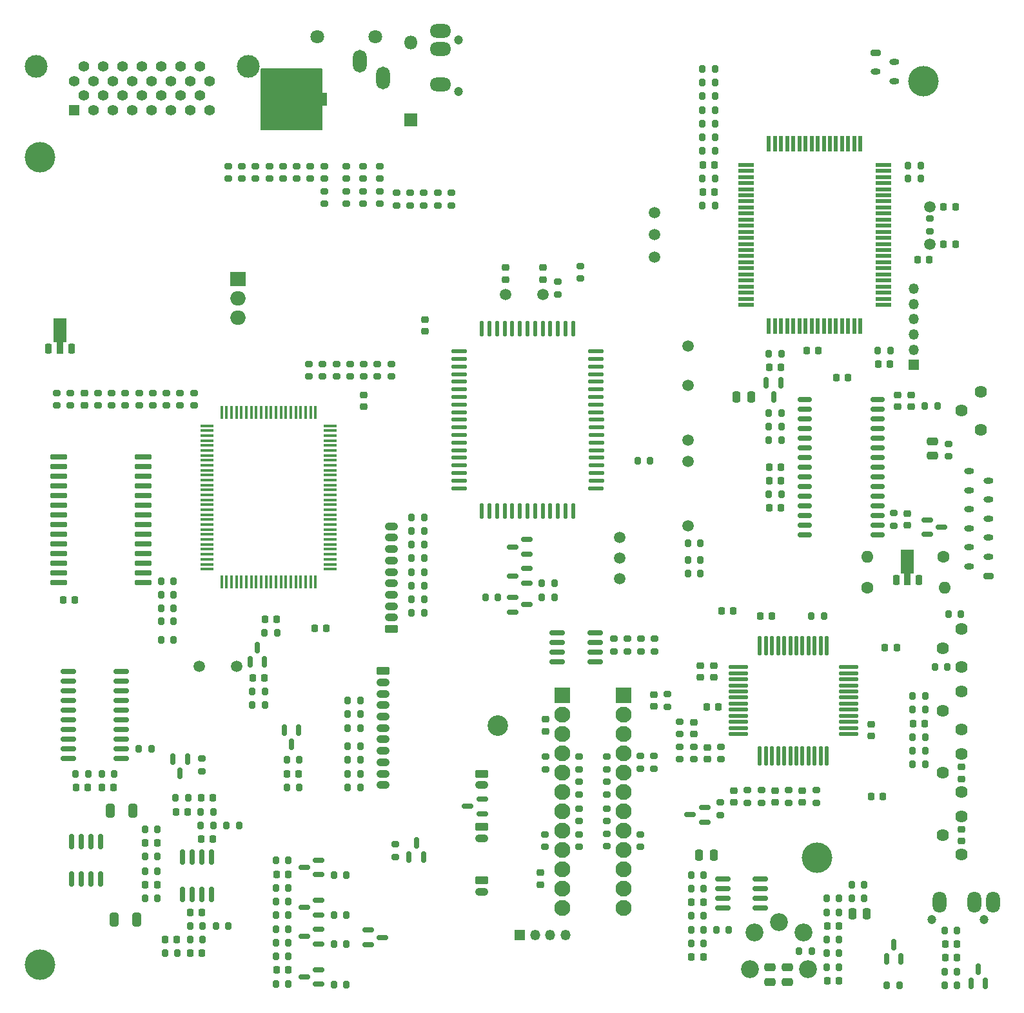
<source format=gbr>
%TF.GenerationSoftware,KiCad,Pcbnew,8.0.9-8.0.9-0~ubuntu24.04.1*%
%TF.CreationDate,2025-02-26T15:16:52+01:00*%
%TF.ProjectId,Main_PCB,4d61696e-5f50-4434-922e-6b696361645f,0.1*%
%TF.SameCoordinates,Original*%
%TF.FileFunction,Soldermask,Top*%
%TF.FilePolarity,Negative*%
%FSLAX46Y46*%
G04 Gerber Fmt 4.6, Leading zero omitted, Abs format (unit mm)*
G04 Created by KiCad (PCBNEW 8.0.9-8.0.9-0~ubuntu24.04.1) date 2025-02-26 15:16:52*
%MOMM*%
%LPD*%
G01*
G04 APERTURE LIST*
G04 Aperture macros list*
%AMRoundRect*
0 Rectangle with rounded corners*
0 $1 Rounding radius*
0 $2 $3 $4 $5 $6 $7 $8 $9 X,Y pos of 4 corners*
0 Add a 4 corners polygon primitive as box body*
4,1,4,$2,$3,$4,$5,$6,$7,$8,$9,$2,$3,0*
0 Add four circle primitives for the rounded corners*
1,1,$1+$1,$2,$3*
1,1,$1+$1,$4,$5*
1,1,$1+$1,$6,$7*
1,1,$1+$1,$8,$9*
0 Add four rect primitives between the rounded corners*
20,1,$1+$1,$2,$3,$4,$5,0*
20,1,$1+$1,$4,$5,$6,$7,0*
20,1,$1+$1,$6,$7,$8,$9,0*
20,1,$1+$1,$8,$9,$2,$3,0*%
%AMFreePoly0*
4,1,9,3.862500,-0.866500,0.737500,-0.866500,0.737500,-0.450000,-0.737500,-0.450000,-0.737500,0.450000,0.737500,0.450000,0.737500,0.866500,3.862500,0.866500,3.862500,-0.866500,3.862500,-0.866500,$1*%
G04 Aperture macros list end*
%ADD10C,0.150000*%
%ADD11RoundRect,0.225000X-0.250000X0.225000X-0.250000X-0.225000X0.250000X-0.225000X0.250000X0.225000X0*%
%ADD12RoundRect,0.200000X0.275000X-0.200000X0.275000X0.200000X-0.275000X0.200000X-0.275000X-0.200000X0*%
%ADD13RoundRect,0.225000X0.250000X-0.225000X0.250000X0.225000X-0.250000X0.225000X-0.250000X-0.225000X0*%
%ADD14RoundRect,0.200000X-0.200000X-0.275000X0.200000X-0.275000X0.200000X0.275000X-0.200000X0.275000X0*%
%ADD15RoundRect,0.200000X0.200000X0.275000X-0.200000X0.275000X-0.200000X-0.275000X0.200000X-0.275000X0*%
%ADD16RoundRect,0.225000X0.225000X0.250000X-0.225000X0.250000X-0.225000X-0.250000X0.225000X-0.250000X0*%
%ADD17RoundRect,0.150000X0.587500X0.150000X-0.587500X0.150000X-0.587500X-0.150000X0.587500X-0.150000X0*%
%ADD18RoundRect,0.200000X-0.275000X0.200000X-0.275000X-0.200000X0.275000X-0.200000X0.275000X0.200000X0*%
%ADD19RoundRect,0.150000X-0.587500X-0.150000X0.587500X-0.150000X0.587500X0.150000X-0.587500X0.150000X0*%
%ADD20RoundRect,0.150000X-0.825000X-0.150000X0.825000X-0.150000X0.825000X0.150000X-0.825000X0.150000X0*%
%ADD21RoundRect,0.250000X-0.250000X-0.475000X0.250000X-0.475000X0.250000X0.475000X-0.250000X0.475000X0*%
%ADD22C,4.000000*%
%ADD23RoundRect,0.225000X-0.225000X-0.250000X0.225000X-0.250000X0.225000X0.250000X-0.225000X0.250000X0*%
%ADD24RoundRect,0.137500X0.862500X0.137500X-0.862500X0.137500X-0.862500X-0.137500X0.862500X-0.137500X0*%
%ADD25RoundRect,0.137500X0.137500X0.862500X-0.137500X0.862500X-0.137500X-0.862500X0.137500X-0.862500X0*%
%ADD26RoundRect,0.137500X0.862500X-0.137500X0.862500X0.137500X-0.862500X0.137500X-0.862500X-0.137500X0*%
%ADD27RoundRect,0.250000X0.475000X-0.250000X0.475000X0.250000X-0.475000X0.250000X-0.475000X-0.250000X0*%
%ADD28RoundRect,0.100000X0.775000X0.100000X-0.775000X0.100000X-0.775000X-0.100000X0.775000X-0.100000X0*%
%ADD29RoundRect,0.100000X0.100000X0.775000X-0.100000X0.775000X-0.100000X-0.775000X0.100000X-0.775000X0*%
%ADD30RoundRect,0.150000X-0.150000X0.825000X-0.150000X-0.825000X0.150000X-0.825000X0.150000X0.825000X0*%
%ADD31C,1.500000*%
%ADD32RoundRect,0.250000X0.325000X0.650000X-0.325000X0.650000X-0.325000X-0.650000X0.325000X-0.650000X0*%
%ADD33RoundRect,0.150000X-0.150000X0.587500X-0.150000X-0.587500X0.150000X-0.587500X0.150000X0.587500X0*%
%ADD34RoundRect,0.150000X0.837500X0.150000X-0.837500X0.150000X-0.837500X-0.150000X0.837500X-0.150000X0*%
%ADD35RoundRect,0.150000X0.987500X0.150000X-0.987500X0.150000X-0.987500X-0.150000X0.987500X-0.150000X0*%
%ADD36RoundRect,0.150000X0.150000X-0.587500X0.150000X0.587500X-0.150000X0.587500X-0.150000X-0.587500X0*%
%ADD37RoundRect,0.150000X0.750000X0.150000X-0.750000X0.150000X-0.750000X-0.150000X0.750000X-0.150000X0*%
%ADD38RoundRect,0.225000X0.225000X-0.425000X0.225000X0.425000X-0.225000X0.425000X-0.225000X-0.425000X0*%
%ADD39FreePoly0,90.000000*%
%ADD40RoundRect,0.137500X-1.112500X-0.137500X1.112500X-0.137500X1.112500X0.137500X-1.112500X0.137500X0*%
%ADD41RoundRect,0.137500X0.137500X-1.112500X0.137500X1.112500X-0.137500X1.112500X-0.137500X-1.112500X0*%
%ADD42C,2.700000*%
%ADD43R,2.000000X0.500000*%
%ADD44R,0.500000X2.000000*%
%ADD45RoundRect,0.250000X-0.475000X0.250000X-0.475000X-0.250000X0.475000X-0.250000X0.475000X0.250000X0*%
%ADD46R,1.350000X1.350000*%
%ADD47O,1.350000X1.350000*%
%ADD48C,2.340000*%
%ADD49C,1.200000*%
%ADD50O,2.800000X1.800000*%
%ADD51RoundRect,0.200000X0.450000X-0.200000X0.450000X0.200000X-0.450000X0.200000X-0.450000X-0.200000X0*%
%ADD52O,1.300000X0.800000*%
%ADD53RoundRect,0.250000X0.615000X-0.265000X0.615000X0.265000X-0.615000X0.265000X-0.615000X-0.265000X0*%
%ADD54O,1.730000X1.030000*%
%ADD55RoundRect,0.250000X-0.615000X0.265000X-0.615000X-0.265000X0.615000X-0.265000X0.615000X0.265000X0*%
%ADD56C,1.600000*%
%ADD57O,1.600000X1.600000*%
%ADD58C,1.620000*%
%ADD59R,2.100000X2.100000*%
%ADD60C,2.100000*%
%ADD61O,1.800000X2.800000*%
%ADD62RoundRect,0.200000X-0.450000X0.200000X-0.450000X-0.200000X0.450000X-0.200000X0.450000X0.200000X0*%
%ADD63R,1.400000X1.400000*%
%ADD64C,1.400000*%
%ADD65C,3.000000*%
%ADD66C,1.800000*%
%ADD67R,3.000000X1.800000*%
%ADD68O,1.800000X3.000000*%
%ADD69R,1.800000X1.800000*%
%ADD70O,1.800000X1.800000*%
%ADD71R,2.000000X1.905000*%
%ADD72O,2.000000X1.905000*%
G04 APERTURE END LIST*
D10*
X79000000Y-84400000D02*
X87000000Y-84400000D01*
X87000000Y-92400000D01*
X79000000Y-92400000D01*
X79000000Y-84400000D01*
G36*
X79000000Y-84400000D02*
G01*
X87000000Y-84400000D01*
X87000000Y-92400000D01*
X79000000Y-92400000D01*
X79000000Y-84400000D01*
G37*
D11*
%TO.C,C146*%
X116000000Y-110525000D03*
X116000000Y-112075000D03*
%TD*%
D12*
%TO.C,R146*%
X128900000Y-160925000D03*
X128900000Y-159275000D03*
%TD*%
D13*
%TO.C,C120*%
X135800000Y-171775000D03*
X135800000Y-170225000D03*
%TD*%
D14*
%TO.C,R222*%
X88575000Y-199400000D03*
X90225000Y-199400000D03*
%TD*%
D15*
%TO.C,R236*%
X158225000Y-193400000D03*
X156575000Y-193400000D03*
%TD*%
D16*
%TO.C,C204*%
X59675000Y-178800000D03*
X58125000Y-178800000D03*
%TD*%
D17*
%TO.C,Q206*%
X86537500Y-195550000D03*
X86537500Y-193650000D03*
X84662500Y-194600000D03*
%TD*%
D18*
%TO.C,R151*%
X124400000Y-184875000D03*
X124400000Y-186525000D03*
%TD*%
D13*
%TO.C,C145*%
X111100000Y-112075000D03*
X111100000Y-110525000D03*
%TD*%
D18*
%TO.C,R308*%
X52200000Y-126975000D03*
X52200000Y-128625000D03*
%TD*%
D19*
%TO.C,D203*%
X93062500Y-197550000D03*
X93062500Y-199450000D03*
X94937500Y-198500000D03*
%TD*%
D15*
%TO.C,R127*%
X166225000Y-166800000D03*
X164575000Y-166800000D03*
%TD*%
D14*
%TO.C,R501*%
X90375000Y-177000000D03*
X92025000Y-177000000D03*
%TD*%
D15*
%TO.C,R220*%
X90225000Y-204700000D03*
X88575000Y-204700000D03*
%TD*%
D20*
%TO.C,IC103*%
X117925000Y-158495000D03*
X117925000Y-159765000D03*
X117925000Y-161035000D03*
X117925000Y-162305000D03*
X122875000Y-162305000D03*
X122875000Y-161035000D03*
X122875000Y-159765000D03*
X122875000Y-158495000D03*
%TD*%
D13*
%TO.C,C103*%
X163900000Y-144375000D03*
X163900000Y-142825000D03*
%TD*%
D16*
%TO.C,C108*%
X147275000Y-142100000D03*
X145725000Y-142100000D03*
%TD*%
D14*
%TO.C,R164*%
X115875000Y-153800000D03*
X117525000Y-153800000D03*
%TD*%
D21*
%TO.C,C223*%
X156650000Y-195400000D03*
X158550000Y-195400000D03*
%TD*%
D22*
%TO.C,H4*%
X152000000Y-188000000D03*
%TD*%
D14*
%TO.C,R130*%
X136975000Y-95200000D03*
X138625000Y-95200000D03*
%TD*%
D12*
%TO.C,R176*%
X92400000Y-102125000D03*
X92400000Y-100475000D03*
%TD*%
D14*
%TO.C,R508*%
X98775000Y-148700000D03*
X100425000Y-148700000D03*
%TD*%
D23*
%TO.C,C139*%
X145725000Y-123600000D03*
X147275000Y-123600000D03*
%TD*%
D12*
%TO.C,R134*%
X128800000Y-186625000D03*
X128800000Y-184975000D03*
%TD*%
D17*
%TO.C,D104*%
X108037500Y-182250000D03*
X108037500Y-180350000D03*
X106162500Y-181300000D03*
%TD*%
D16*
%TO.C,C130*%
X162475000Y-160400000D03*
X160925000Y-160400000D03*
%TD*%
D24*
%TO.C,IC108*%
X123000000Y-139500000D03*
X123037500Y-138500000D03*
X123037500Y-137500000D03*
X123037500Y-136500000D03*
X123037500Y-135500000D03*
X123037500Y-134500000D03*
X123037500Y-133500000D03*
X123037500Y-132500000D03*
X123037500Y-131500000D03*
X123037500Y-130500000D03*
X123000000Y-129500000D03*
X123000000Y-128500000D03*
X123000000Y-127500000D03*
X123000000Y-126500000D03*
X123000000Y-125500000D03*
X123000000Y-124500000D03*
X123000000Y-123500000D03*
X123000000Y-122500000D03*
X123000000Y-121500000D03*
D25*
X120000000Y-118500000D03*
X119000000Y-118500000D03*
X118000000Y-118500000D03*
X117000000Y-118500000D03*
X116000000Y-118500000D03*
X115000000Y-118500000D03*
X114000000Y-118500000D03*
X113000000Y-118500000D03*
X112000000Y-118500000D03*
X111000000Y-118500000D03*
X110000000Y-118500000D03*
X109000000Y-118500000D03*
X108000000Y-118500000D03*
D24*
X105000000Y-121500000D03*
X105000000Y-122500000D03*
X105000000Y-123500000D03*
X105000000Y-124500000D03*
X105000000Y-125500000D03*
X105000000Y-126500000D03*
X105000000Y-127500000D03*
X105000000Y-128500000D03*
X105000000Y-129500000D03*
X105000000Y-130500000D03*
X105000000Y-131500000D03*
X105000000Y-132500000D03*
X105000000Y-133500000D03*
X105000000Y-134500000D03*
X105000000Y-135500000D03*
X105000000Y-136500000D03*
D26*
X105000000Y-137500000D03*
X105000000Y-138500000D03*
X105000000Y-139500000D03*
D25*
X108000000Y-142500000D03*
X109000000Y-142500000D03*
X110000000Y-142500000D03*
X111000000Y-142500000D03*
X112000000Y-142500000D03*
X113000000Y-142500000D03*
X114000000Y-142500000D03*
X115000000Y-142500000D03*
X116000000Y-142500000D03*
X117000000Y-142500000D03*
X118000000Y-142500000D03*
X119000000Y-142500000D03*
X120000000Y-142500000D03*
%TD*%
D18*
%TO.C,R175*%
X120900000Y-110275000D03*
X120900000Y-111925000D03*
%TD*%
D11*
%TO.C,C138*%
X116400000Y-169875000D03*
X116400000Y-171425000D03*
%TD*%
D18*
%TO.C,R519*%
X96800000Y-100675000D03*
X96800000Y-102325000D03*
%TD*%
%TO.C,R521*%
X83700000Y-97175000D03*
X83700000Y-98825000D03*
%TD*%
%TO.C,R140*%
X125300000Y-159275000D03*
X125300000Y-160925000D03*
%TD*%
D14*
%TO.C,R157*%
X90375000Y-167400000D03*
X92025000Y-167400000D03*
%TD*%
D16*
%TO.C,C214*%
X71275000Y-195200000D03*
X69725000Y-195200000D03*
%TD*%
D27*
%TO.C,C219*%
X148100000Y-204350000D03*
X148100000Y-202450000D03*
%TD*%
D14*
%TO.C,R126*%
X164575000Y-168600000D03*
X166225000Y-168600000D03*
%TD*%
D15*
%TO.C,R169*%
X84025000Y-175200000D03*
X82375000Y-175200000D03*
%TD*%
D11*
%TO.C,C124*%
X146500000Y-179225000D03*
X146500000Y-180775000D03*
%TD*%
D12*
%TO.C,R181*%
X90700000Y-124825000D03*
X90700000Y-123175000D03*
%TD*%
D18*
%TO.C,R194*%
X96100000Y-123175000D03*
X96100000Y-124825000D03*
%TD*%
D16*
%TO.C,C217*%
X82575000Y-202800000D03*
X81025000Y-202800000D03*
%TD*%
D11*
%TO.C,C111*%
X171000000Y-184325000D03*
X171000000Y-185875000D03*
%TD*%
D16*
%TO.C,C132*%
X138575000Y-100600000D03*
X137025000Y-100600000D03*
%TD*%
D28*
%TO.C,IC109*%
X88125000Y-150125000D03*
X88125000Y-149475000D03*
X88125000Y-148825000D03*
X88125000Y-148175000D03*
X88125000Y-147525000D03*
X88125000Y-146875000D03*
X88125000Y-146225000D03*
X88125000Y-145575000D03*
X88125000Y-144925000D03*
X88125000Y-144275000D03*
X88125000Y-143625000D03*
X88125000Y-142975000D03*
X88125000Y-142325000D03*
X88125000Y-141675000D03*
X88125000Y-141025000D03*
X88125000Y-140375000D03*
X88125000Y-139725000D03*
X88125000Y-139075000D03*
X88125000Y-138425000D03*
X88125000Y-137775000D03*
X88125000Y-137125000D03*
X88125000Y-136475000D03*
X88125000Y-135825000D03*
X88125000Y-135175000D03*
X88125000Y-134525000D03*
X88125000Y-133875000D03*
X88125000Y-133225000D03*
X88125000Y-132575000D03*
X88125000Y-131925000D03*
X88125000Y-131275000D03*
D29*
X86175000Y-129575000D03*
X85525000Y-129575000D03*
X84875000Y-129575000D03*
X84225000Y-129575000D03*
X83575000Y-129575000D03*
X82925000Y-129575000D03*
X82275000Y-129575000D03*
X81625000Y-129575000D03*
X80975000Y-129575000D03*
X80325000Y-129575000D03*
X79675000Y-129575000D03*
X79025000Y-129575000D03*
X78375000Y-129575000D03*
X77725000Y-129575000D03*
X77075000Y-129575000D03*
X76425000Y-129575000D03*
X75775000Y-129575000D03*
X75125000Y-129575000D03*
X74475000Y-129575000D03*
X73825000Y-129575000D03*
D28*
X71875000Y-131275000D03*
X71875000Y-131925000D03*
X71875000Y-132575000D03*
X71875000Y-133225000D03*
X71875000Y-133875000D03*
X71875000Y-134525000D03*
X71875000Y-135175000D03*
X71875000Y-135825000D03*
X71875000Y-136475000D03*
X71875000Y-137125000D03*
X71875000Y-137775000D03*
X71875000Y-138425000D03*
X71875000Y-139075000D03*
X71875000Y-139725000D03*
X71875000Y-140375000D03*
X71875000Y-141025000D03*
X71875000Y-141675000D03*
X71875000Y-142325000D03*
X71875000Y-142975000D03*
X71875000Y-143625000D03*
X71875000Y-144275000D03*
X71875000Y-144925000D03*
X71875000Y-145575000D03*
X71875000Y-146225000D03*
X71875000Y-146875000D03*
X71875000Y-147525000D03*
X71875000Y-148175000D03*
X71875000Y-148825000D03*
X71875000Y-149475000D03*
X71875000Y-150125000D03*
D29*
X73825000Y-151825000D03*
X74475000Y-151825000D03*
X75125000Y-151825000D03*
X75775000Y-151825000D03*
X76425000Y-151825000D03*
X77075000Y-151825000D03*
X77725000Y-151825000D03*
X78375000Y-151825000D03*
X79025000Y-151825000D03*
X79675000Y-151825000D03*
X80325000Y-151825000D03*
X80975000Y-151825000D03*
X81625000Y-151825000D03*
X82275000Y-151825000D03*
X82925000Y-151825000D03*
X83575000Y-151825000D03*
X84225000Y-151825000D03*
X84875000Y-151825000D03*
X85525000Y-151825000D03*
X86175000Y-151825000D03*
%TD*%
D13*
%TO.C,C115*%
X138500000Y-164375000D03*
X138500000Y-162825000D03*
%TD*%
D12*
%TO.C,R111*%
X130600000Y-176325000D03*
X130600000Y-174675000D03*
%TD*%
D16*
%TO.C,C228*%
X137075000Y-193900000D03*
X135525000Y-193900000D03*
%TD*%
D30*
%TO.C,IC202*%
X57905000Y-185925000D03*
X56635000Y-185925000D03*
X55365000Y-185925000D03*
X54095000Y-185925000D03*
X54095000Y-190875000D03*
X55365000Y-190875000D03*
X56635000Y-190875000D03*
X57905000Y-190875000D03*
%TD*%
D15*
%TO.C,R123*%
X166225000Y-172200000D03*
X164575000Y-172200000D03*
%TD*%
D13*
%TO.C,C121*%
X137600000Y-175075000D03*
X137600000Y-173525000D03*
%TD*%
D23*
%TO.C,C212*%
X63825000Y-186110000D03*
X65375000Y-186110000D03*
%TD*%
D18*
%TO.C,R522*%
X78300000Y-97175000D03*
X78300000Y-98825000D03*
%TD*%
D15*
%TO.C,R219*%
X82625000Y-195600000D03*
X80975000Y-195600000D03*
%TD*%
D31*
%TO.C,TP6*%
X135100000Y-144400000D03*
%TD*%
D17*
%TO.C,Q103*%
X137237500Y-183350000D03*
X137237500Y-181450000D03*
X135362500Y-182400000D03*
%TD*%
D16*
%TO.C,C218*%
X82575000Y-190200000D03*
X81025000Y-190200000D03*
%TD*%
D31*
%TO.C,TP8*%
X135100000Y-126000000D03*
%TD*%
D12*
%TO.C,R115*%
X135800000Y-175125000D03*
X135800000Y-173475000D03*
%TD*%
D32*
%TO.C,C206*%
X62675000Y-196200000D03*
X59725000Y-196200000D03*
%TD*%
D14*
%TO.C,R233*%
X135475000Y-192100000D03*
X137125000Y-192100000D03*
%TD*%
D18*
%TO.C,R515*%
X104000000Y-100675000D03*
X104000000Y-102325000D03*
%TD*%
%TO.C,R149*%
X116300000Y-184975000D03*
X116300000Y-186625000D03*
%TD*%
D23*
%TO.C,C107*%
X145725000Y-138500000D03*
X147275000Y-138500000D03*
%TD*%
D18*
%TO.C,R138*%
X139300000Y-180775000D03*
X139300000Y-182425000D03*
%TD*%
D22*
%TO.C,H2*%
X166000000Y-86000000D03*
%TD*%
D12*
%TO.C,R103*%
X162100000Y-144425000D03*
X162100000Y-142775000D03*
%TD*%
D18*
%TO.C,R185*%
X59400000Y-126975000D03*
X59400000Y-128625000D03*
%TD*%
D33*
%TO.C,Q307*%
X69350000Y-175062500D03*
X67450000Y-175062500D03*
X68400000Y-176937500D03*
%TD*%
D14*
%TO.C,R231*%
X135475000Y-197500000D03*
X137125000Y-197500000D03*
%TD*%
D23*
%TO.C,C119*%
X139450000Y-155600000D03*
X141000000Y-155600000D03*
%TD*%
D33*
%TO.C,Q105*%
X83950000Y-171262500D03*
X82050000Y-171262500D03*
X83000000Y-173137500D03*
%TD*%
D15*
%TO.C,R137*%
X130100000Y-135900000D03*
X128450000Y-135900000D03*
%TD*%
D12*
%TO.C,R197*%
X98600000Y-102325000D03*
X98600000Y-100675000D03*
%TD*%
D15*
%TO.C,R210*%
X65425000Y-189800000D03*
X63775000Y-189800000D03*
%TD*%
%TO.C,R199*%
X136725000Y-146700000D03*
X135075000Y-146700000D03*
%TD*%
D31*
%TO.C,TP9*%
X126100000Y-151400000D03*
%TD*%
D34*
%TO.C,IC201*%
X60662500Y-175015000D03*
X60662500Y-173745000D03*
X60662500Y-172475000D03*
X60662500Y-171205000D03*
X60662500Y-169935000D03*
X60662500Y-168665000D03*
X60662500Y-167395000D03*
X60662500Y-166125000D03*
X60662500Y-164855000D03*
X60662500Y-163585000D03*
X53737500Y-163585000D03*
X53737500Y-164855000D03*
X53737500Y-166125000D03*
X53737500Y-167395000D03*
X53737500Y-168665000D03*
X53737500Y-169935000D03*
X53737500Y-171205000D03*
X53737500Y-172475000D03*
X53737500Y-173745000D03*
X53737500Y-175015000D03*
%TD*%
D12*
%TO.C,R113*%
X134000000Y-175125000D03*
X134000000Y-173475000D03*
%TD*%
D18*
%TO.C,R142*%
X120800000Y-181575000D03*
X120800000Y-183225000D03*
%TD*%
D11*
%TO.C,C160*%
X171000000Y-176125000D03*
X171000000Y-177675000D03*
%TD*%
D23*
%TO.C,C230*%
X168825000Y-199400000D03*
X170375000Y-199400000D03*
%TD*%
D11*
%TO.C,C123*%
X141100000Y-179225000D03*
X141100000Y-180775000D03*
%TD*%
D12*
%TO.C,R163*%
X166800000Y-105725000D03*
X166800000Y-104075000D03*
%TD*%
%TO.C,R116*%
X142900000Y-180825000D03*
X142900000Y-179175000D03*
%TD*%
D14*
%TO.C,R512*%
X98775000Y-155900000D03*
X100425000Y-155900000D03*
%TD*%
D15*
%TO.C,R204*%
X72725000Y-182000000D03*
X71075000Y-182000000D03*
%TD*%
D23*
%TO.C,C109*%
X160025000Y-123200000D03*
X161575000Y-123200000D03*
%TD*%
D16*
%TO.C,C133*%
X160675000Y-180000000D03*
X159125000Y-180000000D03*
%TD*%
D12*
%TO.C,R143*%
X120800000Y-179725000D03*
X120800000Y-178075000D03*
%TD*%
D35*
%TO.C,IC107*%
X63562500Y-151855000D03*
X63562500Y-150585000D03*
X63562500Y-149315000D03*
X63562500Y-148045000D03*
X63562500Y-146775000D03*
X63562500Y-145505000D03*
X63562500Y-144235000D03*
X63562500Y-142965000D03*
X63562500Y-141695000D03*
X63562500Y-140425000D03*
X63562500Y-139155000D03*
X63562500Y-137885000D03*
X63562500Y-136615000D03*
X63562500Y-135345000D03*
X52437500Y-135345000D03*
X52437500Y-136615000D03*
X52437500Y-137885000D03*
X52437500Y-139155000D03*
X52437500Y-140425000D03*
X52437500Y-141695000D03*
X52437500Y-142965000D03*
X52437500Y-144235000D03*
X52437500Y-145505000D03*
X52437500Y-146775000D03*
X52437500Y-148045000D03*
X52437500Y-149315000D03*
X52437500Y-150585000D03*
X52437500Y-151855000D03*
%TD*%
D14*
%TO.C,R201*%
X58075000Y-177000000D03*
X59725000Y-177000000D03*
%TD*%
D15*
%TO.C,R227*%
X154925000Y-202400000D03*
X153275000Y-202400000D03*
%TD*%
D31*
%TO.C,TP5*%
X135100000Y-120800000D03*
%TD*%
D36*
%TO.C,Q104*%
X77550000Y-162337500D03*
X79450000Y-162337500D03*
X78500000Y-160462500D03*
%TD*%
D23*
%TO.C,C203*%
X54725000Y-178800000D03*
X56275000Y-178800000D03*
%TD*%
D13*
%TO.C,C155*%
X55800000Y-128575000D03*
X55800000Y-127025000D03*
%TD*%
D14*
%TO.C,R226*%
X149675000Y-200300000D03*
X151325000Y-200300000D03*
%TD*%
D18*
%TO.C,R112*%
X134000000Y-170175000D03*
X134000000Y-171825000D03*
%TD*%
D37*
%TO.C,IC101*%
X160000000Y-145590000D03*
X160000000Y-144320000D03*
X160000000Y-143050000D03*
X160000000Y-141780000D03*
X160000000Y-140510000D03*
X160000000Y-139240000D03*
X160000000Y-137970000D03*
X160000000Y-136700000D03*
X160000000Y-135430000D03*
X160000000Y-134160000D03*
X160000000Y-132890000D03*
X160000000Y-131620000D03*
X160000000Y-130350000D03*
X160000000Y-129080000D03*
X160000000Y-127810000D03*
X150400000Y-127810000D03*
X150400000Y-129080000D03*
X150400000Y-130350000D03*
X150400000Y-131620000D03*
X150400000Y-132890000D03*
X150400000Y-134160000D03*
X150400000Y-135430000D03*
X150400000Y-136700000D03*
X150400000Y-137970000D03*
X150400000Y-139240000D03*
X150400000Y-140510000D03*
X150400000Y-141780000D03*
X150400000Y-143050000D03*
X150400000Y-144320000D03*
X150400000Y-145590000D03*
%TD*%
D14*
%TO.C,R158*%
X90375000Y-169200000D03*
X92025000Y-169200000D03*
%TD*%
D23*
%TO.C,C210*%
X69725000Y-200600000D03*
X71275000Y-200600000D03*
%TD*%
D13*
%TO.C,C116*%
X136700000Y-164375000D03*
X136700000Y-162825000D03*
%TD*%
D36*
%TO.C,Q209*%
X172250000Y-204537500D03*
X174150000Y-204537500D03*
X173200000Y-202662500D03*
%TD*%
D38*
%TO.C,Q101*%
X162400000Y-151550000D03*
D39*
X163900000Y-151462500D03*
D38*
X165400000Y-151550000D03*
%TD*%
D15*
%TO.C,R200*%
X56325000Y-177000000D03*
X54675000Y-177000000D03*
%TD*%
%TO.C,R168*%
X117525000Y-152000000D03*
X115875000Y-152000000D03*
%TD*%
%TO.C,R218*%
X82625000Y-197400000D03*
X80975000Y-197400000D03*
%TD*%
D20*
%TO.C,IC204*%
X139625000Y-190795000D03*
X139625000Y-192065000D03*
X139625000Y-193335000D03*
X139625000Y-194605000D03*
X144575000Y-194605000D03*
X144575000Y-193335000D03*
X144575000Y-192065000D03*
X144575000Y-190795000D03*
%TD*%
D17*
%TO.C,Q204*%
X113937500Y-151950000D03*
X113937500Y-150050000D03*
X112062500Y-151000000D03*
%TD*%
D12*
%TO.C,R192*%
X94300000Y-124825000D03*
X94300000Y-123175000D03*
%TD*%
D14*
%TO.C,R242*%
X153275000Y-198800000D03*
X154925000Y-198800000D03*
%TD*%
D15*
%TO.C,R125*%
X166225000Y-175800000D03*
X164575000Y-175800000D03*
%TD*%
%TO.C,R213*%
X82625000Y-193800000D03*
X80975000Y-193800000D03*
%TD*%
D23*
%TO.C,C141*%
X168625000Y-107400000D03*
X170175000Y-107400000D03*
%TD*%
D22*
%TO.C,H1*%
X50000000Y-96000000D03*
%TD*%
D14*
%TO.C,R172*%
X65875000Y-153500000D03*
X67525000Y-153500000D03*
%TD*%
D15*
%TO.C,R129*%
X138625000Y-98800000D03*
X136975000Y-98800000D03*
%TD*%
D16*
%TO.C,C118*%
X139075000Y-168200000D03*
X137525000Y-168200000D03*
%TD*%
D15*
%TO.C,R221*%
X90225000Y-190300000D03*
X88575000Y-190300000D03*
%TD*%
D14*
%TO.C,R505*%
X98775000Y-143300000D03*
X100425000Y-143300000D03*
%TD*%
D18*
%TO.C,R193*%
X92500000Y-123175000D03*
X92500000Y-124825000D03*
%TD*%
D14*
%TO.C,R506*%
X98775000Y-145100000D03*
X100425000Y-145100000D03*
%TD*%
D15*
%TO.C,R128*%
X138625000Y-102400000D03*
X136975000Y-102400000D03*
%TD*%
D16*
%TO.C,C131*%
X138575000Y-97000000D03*
X137025000Y-97000000D03*
%TD*%
D12*
%TO.C,R190*%
X68400000Y-128625000D03*
X68400000Y-126975000D03*
%TD*%
D19*
%TO.C,Q207*%
X112062500Y-153850000D03*
X112062500Y-155750000D03*
X113937500Y-154800000D03*
%TD*%
D23*
%TO.C,C208*%
X66425000Y-198800000D03*
X67975000Y-198800000D03*
%TD*%
D15*
%TO.C,R230*%
X154925000Y-200600000D03*
X153275000Y-200600000D03*
%TD*%
%TO.C,R202*%
X69425000Y-180200000D03*
X67775000Y-180200000D03*
%TD*%
D13*
%TO.C,C105*%
X162600000Y-128775000D03*
X162600000Y-127225000D03*
%TD*%
D16*
%TO.C,C151*%
X79475000Y-164400000D03*
X77925000Y-164400000D03*
%TD*%
D18*
%TO.C,R191*%
X70200000Y-126975000D03*
X70200000Y-128625000D03*
%TD*%
D11*
%TO.C,C148*%
X92500000Y-127225000D03*
X92500000Y-128775000D03*
%TD*%
D15*
%TO.C,R232*%
X154925000Y-195200000D03*
X153275000Y-195200000D03*
%TD*%
%TO.C,R211*%
X65425000Y-187910000D03*
X63775000Y-187910000D03*
%TD*%
D14*
%TO.C,R159*%
X90375000Y-171000000D03*
X92025000Y-171000000D03*
%TD*%
D15*
%TO.C,R234*%
X154925000Y-193400000D03*
X153275000Y-193400000D03*
%TD*%
D17*
%TO.C,Q202*%
X86537500Y-190250000D03*
X86537500Y-188350000D03*
X84662500Y-189300000D03*
%TD*%
D18*
%TO.C,R189*%
X66600000Y-126975000D03*
X66600000Y-128625000D03*
%TD*%
D15*
%TO.C,R245*%
X170425000Y-204800000D03*
X168775000Y-204800000D03*
%TD*%
D27*
%TO.C,C220*%
X145800000Y-204350000D03*
X145800000Y-202450000D03*
%TD*%
D14*
%TO.C,R173*%
X65875000Y-155300000D03*
X67525000Y-155300000D03*
%TD*%
%TO.C,R209*%
X69675000Y-197000000D03*
X71325000Y-197000000D03*
%TD*%
D36*
%TO.C,Q208*%
X161150000Y-201337500D03*
X163050000Y-201337500D03*
X162100000Y-199462500D03*
%TD*%
D16*
%TO.C,C112*%
X146075000Y-156300000D03*
X144525000Y-156300000D03*
%TD*%
D15*
%TO.C,R206*%
X76125000Y-183800000D03*
X74475000Y-183800000D03*
%TD*%
D14*
%TO.C,R166*%
X77875000Y-168000000D03*
X79525000Y-168000000D03*
%TD*%
%TO.C,R528*%
X136975000Y-93400000D03*
X138625000Y-93400000D03*
%TD*%
%TO.C,R170*%
X65875000Y-159400000D03*
X67525000Y-159400000D03*
%TD*%
D12*
%TO.C,R150*%
X124400000Y-176425000D03*
X124400000Y-174775000D03*
%TD*%
D18*
%TO.C,R305*%
X71200000Y-175032500D03*
X71200000Y-176682500D03*
%TD*%
D15*
%TO.C,R207*%
X74725000Y-197000000D03*
X73075000Y-197000000D03*
%TD*%
%TO.C,R152*%
X145675000Y-121800000D03*
X147325000Y-121800000D03*
%TD*%
D11*
%TO.C,C144*%
X100500000Y-117325000D03*
X100500000Y-118875000D03*
%TD*%
D31*
%TO.C,TP7*%
X135100000Y-133200000D03*
%TD*%
D30*
%TO.C,IC203*%
X72505000Y-187925000D03*
X71235000Y-187925000D03*
X69965000Y-187925000D03*
X68695000Y-187925000D03*
X68695000Y-192875000D03*
X69965000Y-192875000D03*
X71235000Y-192875000D03*
X72505000Y-192875000D03*
%TD*%
D13*
%TO.C,C125*%
X150100000Y-180775000D03*
X150100000Y-179225000D03*
%TD*%
D16*
%TO.C,C229*%
X170375000Y-201200000D03*
X168825000Y-201200000D03*
%TD*%
D15*
%TO.C,R198*%
X147325000Y-133200000D03*
X145675000Y-133200000D03*
%TD*%
%TO.C,R108*%
X161625000Y-121400000D03*
X159975000Y-121400000D03*
%TD*%
D12*
%TO.C,R145*%
X124400000Y-179725000D03*
X124400000Y-178075000D03*
%TD*%
D15*
%TO.C,R243*%
X137125000Y-195700000D03*
X135475000Y-195700000D03*
%TD*%
D17*
%TO.C,Q203*%
X113937500Y-148150000D03*
X113937500Y-146250000D03*
X112062500Y-147200000D03*
%TD*%
D13*
%TO.C,C137*%
X115700000Y-191575000D03*
X115700000Y-190025000D03*
%TD*%
D12*
%TO.C,R302*%
X96600000Y-187925000D03*
X96600000Y-186275000D03*
%TD*%
D14*
%TO.C,R532*%
X136975000Y-84400000D03*
X138625000Y-84400000D03*
%TD*%
D23*
%TO.C,C143*%
X165225000Y-109500000D03*
X166775000Y-109500000D03*
%TD*%
D14*
%TO.C,R229*%
X135475000Y-199300000D03*
X137125000Y-199300000D03*
%TD*%
D18*
%TO.C,R527*%
X87300000Y-97175000D03*
X87300000Y-98825000D03*
%TD*%
D32*
%TO.C,C205*%
X62175000Y-181900000D03*
X59225000Y-181900000D03*
%TD*%
D16*
%TO.C,C140*%
X170175000Y-102500000D03*
X168625000Y-102500000D03*
%TD*%
D31*
%TO.C,TP3*%
X130700000Y-103300000D03*
%TD*%
D11*
%TO.C,C154*%
X130600000Y-166625000D03*
X130600000Y-168175000D03*
%TD*%
D40*
%TO.C,IC102*%
X141650000Y-163000000D03*
X141650000Y-163800000D03*
X141650000Y-164600000D03*
X141650000Y-165400000D03*
X141650000Y-166200000D03*
X141650000Y-167000000D03*
X141650000Y-167800000D03*
X141650000Y-168600000D03*
X141650000Y-169400000D03*
X141650000Y-170200000D03*
X141650000Y-171000000D03*
X141650000Y-171800000D03*
D41*
X144500000Y-174650000D03*
X145300000Y-174650000D03*
X146100000Y-174650000D03*
X146900000Y-174650000D03*
X147700000Y-174650000D03*
X148500000Y-174650000D03*
X149300000Y-174650000D03*
X150100000Y-174650000D03*
X150900000Y-174650000D03*
X151700000Y-174650000D03*
X152500000Y-174650000D03*
X153300000Y-174650000D03*
D40*
X156150000Y-171800000D03*
X156150000Y-171000000D03*
X156150000Y-170200000D03*
X156150000Y-169400000D03*
X156150000Y-168600000D03*
X156150000Y-167800000D03*
X156150000Y-167000000D03*
X156150000Y-166200000D03*
X156150000Y-165400000D03*
X156150000Y-164600000D03*
X156150000Y-163800000D03*
X156150000Y-163000000D03*
D41*
X153300000Y-160150000D03*
X152500000Y-160150000D03*
X151700000Y-160150000D03*
X150900000Y-160150000D03*
X150100000Y-160150000D03*
X149300000Y-160150000D03*
X148500000Y-160150000D03*
X147700000Y-160150000D03*
X146900000Y-160150000D03*
X146100000Y-160150000D03*
X145300000Y-160150000D03*
X144500000Y-160150000D03*
%TD*%
D18*
%TO.C,R133*%
X128800000Y-174675000D03*
X128800000Y-176325000D03*
%TD*%
D42*
%TO.C,H5*%
X110100000Y-170700000D03*
%TD*%
D18*
%TO.C,R525*%
X80100000Y-97175000D03*
X80100000Y-98825000D03*
%TD*%
D14*
%TO.C,R507*%
X98775000Y-146900000D03*
X100425000Y-146900000D03*
%TD*%
D18*
%TO.C,R517*%
X94600000Y-97175000D03*
X94600000Y-98825000D03*
%TD*%
D12*
%TO.C,R184*%
X57600000Y-128625000D03*
X57600000Y-126975000D03*
%TD*%
D14*
%TO.C,R531*%
X136975000Y-88000000D03*
X138625000Y-88000000D03*
%TD*%
D12*
%TO.C,R136*%
X120800000Y-186625000D03*
X120800000Y-184975000D03*
%TD*%
D18*
%TO.C,R132*%
X120800000Y-174775000D03*
X120800000Y-176425000D03*
%TD*%
D38*
%TO.C,IC302*%
X51100000Y-121150000D03*
D39*
X52600000Y-121062500D03*
D38*
X54100000Y-121150000D03*
%TD*%
D18*
%TO.C,R520*%
X81900000Y-97175000D03*
X81900000Y-98825000D03*
%TD*%
D14*
%TO.C,R174*%
X65875000Y-157000000D03*
X67525000Y-157000000D03*
%TD*%
%TO.C,R153*%
X90375000Y-178800000D03*
X92025000Y-178800000D03*
%TD*%
%TO.C,R244*%
X161175000Y-204800000D03*
X162825000Y-204800000D03*
%TD*%
D15*
%TO.C,R228*%
X140425000Y-197500000D03*
X138775000Y-197500000D03*
%TD*%
%TO.C,R503*%
X138625000Y-89800000D03*
X136975000Y-89800000D03*
%TD*%
D17*
%TO.C,Q201*%
X86537500Y-204650000D03*
X86537500Y-202750000D03*
X84662500Y-203700000D03*
%TD*%
D23*
%TO.C,C209*%
X71125000Y-180200000D03*
X72675000Y-180200000D03*
%TD*%
D18*
%TO.C,R179*%
X102200000Y-100675000D03*
X102200000Y-102325000D03*
%TD*%
D14*
%TO.C,R124*%
X164575000Y-174000000D03*
X166225000Y-174000000D03*
%TD*%
D15*
%TO.C,R205*%
X71325000Y-198800000D03*
X69675000Y-198800000D03*
%TD*%
D12*
%TO.C,R180*%
X85300000Y-124825000D03*
X85300000Y-123175000D03*
%TD*%
D21*
%TO.C,C224*%
X136550000Y-187700000D03*
X138450000Y-187700000D03*
%TD*%
D15*
%TO.C,R121*%
X136725000Y-150700000D03*
X135075000Y-150700000D03*
%TD*%
D13*
%TO.C,C110*%
X164400000Y-128775000D03*
X164400000Y-127225000D03*
%TD*%
D14*
%TO.C,R214*%
X80975000Y-201000000D03*
X82625000Y-201000000D03*
%TD*%
D31*
%TO.C,TP10*%
X126100000Y-148700000D03*
%TD*%
D15*
%TO.C,R212*%
X82625000Y-199200000D03*
X80975000Y-199200000D03*
%TD*%
D12*
%TO.C,R162*%
X118000000Y-114025000D03*
X118000000Y-112375000D03*
%TD*%
D14*
%TO.C,R171*%
X65875000Y-151700000D03*
X67525000Y-151700000D03*
%TD*%
D12*
%TO.C,R160*%
X54000000Y-128625000D03*
X54000000Y-126975000D03*
%TD*%
D16*
%TO.C,C128*%
X166175000Y-170400000D03*
X164625000Y-170400000D03*
%TD*%
D15*
%TO.C,R109*%
X147325000Y-131400000D03*
X145675000Y-131400000D03*
%TD*%
D12*
%TO.C,R141*%
X127100000Y-160925000D03*
X127100000Y-159275000D03*
%TD*%
D15*
%TO.C,R161*%
X110125000Y-153800000D03*
X108475000Y-153800000D03*
%TD*%
%TO.C,R504*%
X138625000Y-86200000D03*
X136975000Y-86200000D03*
%TD*%
D16*
%TO.C,C104*%
X156075000Y-125000000D03*
X154525000Y-125000000D03*
%TD*%
%TO.C,C213*%
X72675000Y-185600000D03*
X71125000Y-185600000D03*
%TD*%
D23*
%TO.C,C142*%
X150625000Y-121400000D03*
X152175000Y-121400000D03*
%TD*%
D15*
%TO.C,R106*%
X169125000Y-163000000D03*
X167475000Y-163000000D03*
%TD*%
D12*
%TO.C,R148*%
X116400000Y-176425000D03*
X116400000Y-174775000D03*
%TD*%
D31*
%TO.C,TP1*%
X130700000Y-109100000D03*
%TD*%
D18*
%TO.C,R524*%
X74700000Y-97175000D03*
X74700000Y-98825000D03*
%TD*%
D23*
%TO.C,C221*%
X153325000Y-204200000D03*
X154875000Y-204200000D03*
%TD*%
D16*
%TO.C,C152*%
X87575000Y-157900000D03*
X86025000Y-157900000D03*
%TD*%
D43*
%TO.C,IC106*%
X142700000Y-97000000D03*
X142700000Y-97800000D03*
X142700000Y-98600000D03*
X142700000Y-99400000D03*
X142700000Y-100200000D03*
X142700000Y-101000000D03*
X142700000Y-101800000D03*
X142700000Y-102600000D03*
X142700000Y-103400000D03*
X142700000Y-104200000D03*
X142700000Y-105000000D03*
X142700000Y-105800000D03*
X142700000Y-106600000D03*
X142700000Y-107400000D03*
X142700000Y-108200000D03*
X142700000Y-109000000D03*
X142700000Y-109800000D03*
X142700000Y-110600000D03*
X142700000Y-111400000D03*
X142700000Y-112200000D03*
X142700000Y-113000000D03*
X142700000Y-113800000D03*
X142700000Y-114600000D03*
X142700000Y-115400000D03*
D44*
X145700000Y-118200000D03*
X146500000Y-118200000D03*
X147300000Y-118200000D03*
X148100000Y-118200000D03*
X148900000Y-118200000D03*
X149700000Y-118200000D03*
X150500000Y-118200000D03*
X151300000Y-118200000D03*
X152100000Y-118200000D03*
X152900000Y-118200000D03*
X153700000Y-118200000D03*
X154500000Y-118200000D03*
X155300000Y-118200000D03*
X156100000Y-118200000D03*
X156900000Y-118200000D03*
X157700000Y-118200000D03*
D43*
X160700000Y-115400000D03*
X160700000Y-114600000D03*
X160700000Y-113800000D03*
X160700000Y-113000000D03*
X160700000Y-112200000D03*
X160700000Y-111400000D03*
X160700000Y-110600000D03*
X160700000Y-109800000D03*
X160700000Y-109000000D03*
X160700000Y-108200000D03*
X160700000Y-107400000D03*
X160700000Y-106600000D03*
X160700000Y-105800000D03*
X160700000Y-105000000D03*
X160700000Y-104200000D03*
X160700000Y-103400000D03*
X160700000Y-102600000D03*
X160700000Y-101800000D03*
X160700000Y-101000000D03*
X160700000Y-100200000D03*
X160700000Y-99400000D03*
X160700000Y-98600000D03*
X160700000Y-97800000D03*
X160700000Y-97000000D03*
D44*
X157700000Y-94200000D03*
X156900000Y-94200000D03*
X156100000Y-94200000D03*
X155300000Y-94200000D03*
X154500000Y-94200000D03*
X153700000Y-94200000D03*
X152900000Y-94200000D03*
X152100000Y-94200000D03*
X151300000Y-94200000D03*
X150500000Y-94200000D03*
X149700000Y-94200000D03*
X148900000Y-94200000D03*
X148100000Y-94200000D03*
X147300000Y-94200000D03*
X146500000Y-94200000D03*
X145700000Y-94200000D03*
%TD*%
D12*
%TO.C,R186*%
X61200000Y-128625000D03*
X61200000Y-126975000D03*
%TD*%
D14*
%TO.C,R104*%
X166175000Y-128700000D03*
X167825000Y-128700000D03*
%TD*%
D12*
%TO.C,R177*%
X94600000Y-102125000D03*
X94600000Y-100475000D03*
%TD*%
D14*
%TO.C,R208*%
X71075000Y-183800000D03*
X72725000Y-183800000D03*
%TD*%
D12*
%TO.C,R118*%
X148300000Y-180825000D03*
X148300000Y-179175000D03*
%TD*%
D15*
%TO.C,R122*%
X147325000Y-129600000D03*
X145675000Y-129600000D03*
%TD*%
D33*
%TO.C,Q102*%
X147250000Y-125662500D03*
X145350000Y-125662500D03*
X146300000Y-127537500D03*
%TD*%
D14*
%TO.C,R154*%
X82375000Y-178800000D03*
X84025000Y-178800000D03*
%TD*%
D23*
%TO.C,C207*%
X67825000Y-182000000D03*
X69375000Y-182000000D03*
%TD*%
D15*
%TO.C,R537*%
X165625000Y-98800000D03*
X163975000Y-98800000D03*
%TD*%
D31*
%TO.C,TP11*%
X126100000Y-146000000D03*
%TD*%
D18*
%TO.C,R196*%
X90200000Y-100475000D03*
X90200000Y-102125000D03*
%TD*%
D14*
%TO.C,R239*%
X168775000Y-203000000D03*
X170425000Y-203000000D03*
%TD*%
%TO.C,R509*%
X98775000Y-150500000D03*
X100425000Y-150500000D03*
%TD*%
D12*
%TO.C,R183*%
X87100000Y-124825000D03*
X87100000Y-123175000D03*
%TD*%
D18*
%TO.C,R516*%
X92400000Y-97175000D03*
X92400000Y-98825000D03*
%TD*%
D14*
%TO.C,R529*%
X136975000Y-91600000D03*
X138625000Y-91600000D03*
%TD*%
D16*
%TO.C,C222*%
X137075000Y-201100000D03*
X135525000Y-201100000D03*
%TD*%
D18*
%TO.C,R523*%
X76500000Y-97175000D03*
X76500000Y-98825000D03*
%TD*%
D14*
%TO.C,R215*%
X80975000Y-192000000D03*
X82625000Y-192000000D03*
%TD*%
D15*
%TO.C,R217*%
X82625000Y-188400000D03*
X80975000Y-188400000D03*
%TD*%
%TO.C,R107*%
X147325000Y-140300000D03*
X145675000Y-140300000D03*
%TD*%
D22*
%TO.C,H3*%
X50000000Y-202100000D03*
%TD*%
D15*
%TO.C,R238*%
X170425000Y-197600000D03*
X168775000Y-197600000D03*
%TD*%
%TO.C,R120*%
X136725000Y-148900000D03*
X135075000Y-148900000D03*
%TD*%
D18*
%TO.C,R147*%
X130700000Y-159275000D03*
X130700000Y-160925000D03*
%TD*%
D31*
%TO.C,TP4*%
X135100000Y-136000000D03*
%TD*%
D18*
%TO.C,R187*%
X63000000Y-126975000D03*
X63000000Y-128625000D03*
%TD*%
D36*
%TO.C,Q305*%
X98450000Y-187937500D03*
X100350000Y-187937500D03*
X99400000Y-186062500D03*
%TD*%
D18*
%TO.C,R102*%
X169300000Y-133675000D03*
X169300000Y-135325000D03*
%TD*%
D14*
%TO.C,R510*%
X98775000Y-152300000D03*
X100425000Y-152300000D03*
%TD*%
D31*
%TO.C,TP2*%
X130700000Y-106200000D03*
%TD*%
D18*
%TO.C,R514*%
X90200000Y-97175000D03*
X90200000Y-98825000D03*
%TD*%
D14*
%TO.C,R131*%
X151275000Y-156300000D03*
X152925000Y-156300000D03*
%TD*%
D18*
%TO.C,R119*%
X151900000Y-179175000D03*
X151900000Y-180825000D03*
%TD*%
D19*
%TO.C,D101*%
X166462500Y-143650000D03*
X166462500Y-145550000D03*
X168337500Y-144600000D03*
%TD*%
D15*
%TO.C,R237*%
X158225000Y-191600000D03*
X156575000Y-191600000D03*
%TD*%
D14*
%TO.C,R105*%
X169275000Y-156000000D03*
X170925000Y-156000000D03*
%TD*%
D23*
%TO.C,C106*%
X145725000Y-136700000D03*
X147275000Y-136700000D03*
%TD*%
D12*
%TO.C,R110*%
X132400000Y-168225000D03*
X132400000Y-166575000D03*
%TD*%
D14*
%TO.C,R235*%
X135475000Y-190300000D03*
X137125000Y-190300000D03*
%TD*%
D23*
%TO.C,C227*%
X153325000Y-197000000D03*
X154875000Y-197000000D03*
%TD*%
D17*
%TO.C,Q205*%
X86537500Y-199350000D03*
X86537500Y-197450000D03*
X84662500Y-198400000D03*
%TD*%
D14*
%TO.C,R246*%
X62975000Y-173700000D03*
X64625000Y-173700000D03*
%TD*%
%TO.C,R155*%
X90375000Y-175200000D03*
X92025000Y-175200000D03*
%TD*%
D15*
%TO.C,R240*%
X65425000Y-193400000D03*
X63775000Y-193400000D03*
%TD*%
D23*
%TO.C,C211*%
X63825000Y-191600000D03*
X65375000Y-191600000D03*
%TD*%
D14*
%TO.C,R223*%
X88575000Y-195600000D03*
X90225000Y-195600000D03*
%TD*%
D16*
%TO.C,C150*%
X81075000Y-156700000D03*
X79525000Y-156700000D03*
%TD*%
D45*
%TO.C,C102*%
X167200000Y-133350000D03*
X167200000Y-135250000D03*
%TD*%
D18*
%TO.C,R144*%
X124400000Y-181575000D03*
X124400000Y-183225000D03*
%TD*%
D12*
%TO.C,R178*%
X87300000Y-102125000D03*
X87300000Y-100475000D03*
%TD*%
D15*
%TO.C,R216*%
X82625000Y-204600000D03*
X80975000Y-204600000D03*
%TD*%
D18*
%TO.C,R117*%
X144700000Y-179175000D03*
X144700000Y-180825000D03*
%TD*%
D12*
%TO.C,R114*%
X139400000Y-175125000D03*
X139400000Y-173475000D03*
%TD*%
D15*
%TO.C,R241*%
X65425000Y-184300000D03*
X63775000Y-184300000D03*
%TD*%
D14*
%TO.C,R511*%
X98775000Y-154100000D03*
X100425000Y-154100000D03*
%TD*%
D23*
%TO.C,C153*%
X53025000Y-154200000D03*
X54575000Y-154200000D03*
%TD*%
D15*
%TO.C,R167*%
X81125000Y-158500000D03*
X79475000Y-158500000D03*
%TD*%
D18*
%TO.C,R518*%
X100400000Y-100675000D03*
X100400000Y-102325000D03*
%TD*%
D13*
%TO.C,C126*%
X159100000Y-172075000D03*
X159100000Y-170525000D03*
%TD*%
D15*
%TO.C,R165*%
X79525000Y-166200000D03*
X77875000Y-166200000D03*
%TD*%
D21*
%TO.C,C127*%
X143350000Y-127500000D03*
X141450000Y-127500000D03*
%TD*%
D18*
%TO.C,R526*%
X85500000Y-97175000D03*
X85500000Y-98825000D03*
%TD*%
D14*
%TO.C,R156*%
X90375000Y-173400000D03*
X92025000Y-173400000D03*
%TD*%
D12*
%TO.C,R188*%
X64800000Y-128625000D03*
X64800000Y-126975000D03*
%TD*%
D15*
%TO.C,R203*%
X68025000Y-200600000D03*
X66375000Y-200600000D03*
%TD*%
D12*
%TO.C,R182*%
X88900000Y-124825000D03*
X88900000Y-123175000D03*
%TD*%
D16*
%TO.C,C158*%
X83975000Y-177000000D03*
X82425000Y-177000000D03*
%TD*%
D46*
%TO.C,P104*%
X113000000Y-198200000D03*
D47*
X115000000Y-198200000D03*
X117000000Y-198200000D03*
X119000000Y-198200000D03*
%TD*%
D31*
%TO.C,CF101*%
X111100000Y-114000000D03*
X116000000Y-114000000D03*
%TD*%
D48*
%TO.C,RV201*%
X150800000Y-202700000D03*
X150200000Y-197900000D03*
X147000000Y-196500000D03*
X143800000Y-197900000D03*
X143200000Y-202700000D03*
%TD*%
D49*
%TO.C,JK101*%
X104900000Y-87400000D03*
X104900000Y-80600000D03*
D50*
X102600000Y-81800000D03*
X102600000Y-79400000D03*
X102600000Y-86400000D03*
%TD*%
D51*
%TO.C,CN102*%
X174500000Y-151000000D03*
D52*
X172000000Y-149750000D03*
X174500000Y-148500000D03*
X172000000Y-147250000D03*
X174500000Y-146000000D03*
X172000000Y-144750000D03*
X174500000Y-143500000D03*
X172000000Y-142250000D03*
X174500000Y-141000000D03*
X172000000Y-139750000D03*
X174500000Y-138500000D03*
X172000000Y-137250000D03*
%TD*%
D46*
%TO.C,P103*%
X164700000Y-123300000D03*
D47*
X164700000Y-121300000D03*
X164700000Y-119300000D03*
X164700000Y-117300000D03*
X164700000Y-115300000D03*
X164700000Y-113300000D03*
%TD*%
D53*
%TO.C,P101*%
X96100000Y-158000000D03*
D54*
X96100000Y-156500000D03*
X96100000Y-155000000D03*
X96100000Y-153500000D03*
X96100000Y-152000000D03*
X96100000Y-150500000D03*
X96100000Y-149000000D03*
X96100000Y-147500000D03*
X96100000Y-146000000D03*
X96100000Y-144500000D03*
%TD*%
D55*
%TO.C,P105*%
X108000000Y-184000000D03*
D54*
X108000000Y-185500000D03*
%TD*%
D56*
%TO.C,L101*%
X168600000Y-148500000D03*
D57*
X158600000Y-148500000D03*
%TD*%
D56*
%TO.C,R101*%
X158600000Y-152600000D03*
D57*
X168760000Y-152600000D03*
%TD*%
D55*
%TO.C,P102*%
X95000000Y-163500000D03*
D54*
X95000000Y-165000000D03*
X95000000Y-166500000D03*
X95000000Y-168000000D03*
X95000000Y-169500000D03*
X95000000Y-171000000D03*
X95000000Y-172500000D03*
X95000000Y-174000000D03*
X95000000Y-175500000D03*
X95000000Y-177000000D03*
X95000000Y-178500000D03*
%TD*%
D58*
%TO.C,VR102*%
X171000000Y-158000000D03*
X168500000Y-160500000D03*
X171000000Y-163000000D03*
%TD*%
D55*
%TO.C,P106*%
X108000000Y-191000000D03*
D54*
X108000000Y-192500000D03*
%TD*%
D58*
%TO.C,VR105*%
X171000000Y-166200000D03*
X168500000Y-168700000D03*
X171000000Y-171200000D03*
%TD*%
%TO.C,VR101*%
X173500000Y-126800000D03*
X171000000Y-129300000D03*
X173500000Y-131800000D03*
%TD*%
D59*
%TO.C,IC105*%
X126600000Y-166700000D03*
D60*
X126600000Y-169240000D03*
X126600000Y-171780000D03*
X126600000Y-174320000D03*
X126600000Y-176860000D03*
X126600000Y-179400000D03*
X126600000Y-181940000D03*
X126600000Y-184480000D03*
X126600000Y-187020000D03*
X126600000Y-189560000D03*
X126600000Y-192100000D03*
X126600000Y-194640000D03*
%TD*%
D49*
%TO.C,JK102*%
X167100000Y-196200000D03*
X173900000Y-196200000D03*
D61*
X172700000Y-193900000D03*
X175100000Y-193900000D03*
X168100000Y-193900000D03*
%TD*%
D62*
%TO.C,CN101*%
X159700000Y-82250000D03*
D52*
X162200000Y-83500000D03*
X159700000Y-84750000D03*
X162200000Y-86000000D03*
%TD*%
D63*
%TO.C,JK104*%
X54500000Y-89810000D03*
D64*
X55770000Y-87905000D03*
X57040000Y-89810000D03*
X58310000Y-87905000D03*
X59580000Y-89810000D03*
X60850000Y-87905000D03*
X62120000Y-89810000D03*
X63390000Y-87905000D03*
X64660000Y-89810000D03*
X65930000Y-87905000D03*
X67200000Y-89810000D03*
X68470000Y-87905000D03*
X69740000Y-89810000D03*
X71010000Y-87905000D03*
X72280000Y-89810000D03*
X54500000Y-86000000D03*
X55770000Y-84095000D03*
X57040000Y-86000000D03*
X58310000Y-84095000D03*
X59580000Y-86000000D03*
X60850000Y-84095000D03*
X62120000Y-86000000D03*
X63390000Y-84095000D03*
X64660000Y-86000000D03*
X65930000Y-84095000D03*
X67200000Y-86000000D03*
X68470000Y-84095000D03*
X69740000Y-86000000D03*
X71010000Y-84095000D03*
X72280000Y-86000000D03*
D65*
X49440000Y-84095000D03*
X77340000Y-84095000D03*
%TD*%
D66*
%TO.C,JK103*%
X94000000Y-80200000D03*
X86400000Y-80200000D03*
D67*
X86200000Y-88400000D03*
D68*
X92000000Y-83400000D03*
X95000000Y-85600000D03*
%TD*%
D59*
%TO.C,IC104*%
X118600000Y-166700000D03*
D60*
X118600000Y-169240000D03*
X118600000Y-171780000D03*
X118600000Y-174320000D03*
X118600000Y-176860000D03*
X118600000Y-179400000D03*
X118600000Y-181940000D03*
X118600000Y-184480000D03*
X118600000Y-187020000D03*
X118600000Y-189560000D03*
X118600000Y-192100000D03*
X118600000Y-194640000D03*
%TD*%
D69*
%TO.C,D301*%
X98700000Y-91100000D03*
D70*
X98700000Y-80940000D03*
%TD*%
D71*
%TO.C,IC301*%
X76000000Y-112000000D03*
D72*
X76000000Y-114540000D03*
X76000000Y-117080000D03*
%TD*%
D58*
%TO.C,VR103*%
X171000000Y-174400000D03*
X168500000Y-176900000D03*
X171000000Y-179400000D03*
%TD*%
D31*
%TO.C,X101*%
X166800000Y-107400000D03*
X166800000Y-102500000D03*
%TD*%
%TO.C,CF102*%
X70900000Y-162900000D03*
X75800000Y-162900000D03*
%TD*%
D58*
%TO.C,VR104*%
X171000000Y-182600000D03*
X168500000Y-185100000D03*
X171000000Y-187600000D03*
%TD*%
D55*
%TO.C,P107*%
X108000000Y-177000000D03*
D54*
X108000000Y-178500000D03*
%TD*%
D15*
%TO.C,R500*%
X165625000Y-97100000D03*
X163975000Y-97100000D03*
%TD*%
M02*

</source>
